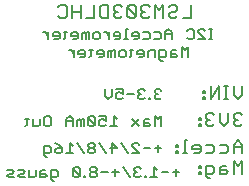
<source format=gbr>
G04 EAGLE Gerber RS-274X export*
G75*
%MOMM*%
%FSLAX34Y34*%
%LPD*%
%INSilkscreen Bottom*%
%IPPOS*%
%AMOC8*
5,1,8,0,0,1.08239X$1,22.5*%
G01*
%ADD10C,0.203200*%
%ADD11C,0.152400*%


D10*
X209804Y118373D02*
X209804Y111255D01*
X206245Y107696D01*
X202686Y111255D01*
X202686Y118373D01*
X198110Y107696D02*
X194551Y107696D01*
X196331Y107696D02*
X196331Y118373D01*
X198110Y118373D02*
X194551Y118373D01*
X190314Y118373D02*
X190314Y107696D01*
X183196Y107696D02*
X190314Y118373D01*
X183196Y118373D02*
X183196Y107696D01*
X178620Y114814D02*
X176841Y114814D01*
X176841Y113035D01*
X178620Y113035D01*
X178620Y114814D01*
X178620Y109476D02*
X176841Y109476D01*
X176841Y107696D01*
X178620Y107696D01*
X178620Y109476D01*
D11*
X141478Y114645D02*
X140037Y116085D01*
X137156Y116085D01*
X135716Y114645D01*
X135716Y113204D01*
X137156Y111764D01*
X138597Y111764D01*
X137156Y111764D02*
X135716Y110323D01*
X135716Y108883D01*
X137156Y107442D01*
X140037Y107442D01*
X141478Y108883D01*
X132123Y108883D02*
X132123Y107442D01*
X132123Y108883D02*
X130682Y108883D01*
X130682Y107442D01*
X132123Y107442D01*
X127445Y114645D02*
X126005Y116085D01*
X123124Y116085D01*
X121683Y114645D01*
X121683Y113204D01*
X123124Y111764D01*
X124564Y111764D01*
X123124Y111764D02*
X121683Y110323D01*
X121683Y108883D01*
X123124Y107442D01*
X126005Y107442D01*
X127445Y108883D01*
X118090Y111764D02*
X112328Y111764D01*
X108735Y116085D02*
X102973Y116085D01*
X108735Y116085D02*
X108735Y111764D01*
X105854Y113204D01*
X104413Y113204D01*
X102973Y111764D01*
X102973Y108883D01*
X104413Y107442D01*
X107294Y107442D01*
X108735Y108883D01*
X99380Y110323D02*
X99380Y116085D01*
X99380Y110323D02*
X96499Y107442D01*
X93617Y110323D01*
X93617Y116085D01*
D10*
X208025Y95513D02*
X209804Y93734D01*
X208025Y95513D02*
X204465Y95513D01*
X202686Y93734D01*
X202686Y91954D01*
X204465Y90175D01*
X206245Y90175D01*
X204465Y90175D02*
X202686Y88395D01*
X202686Y86616D01*
X204465Y84836D01*
X208025Y84836D01*
X209804Y86616D01*
X198110Y88395D02*
X198110Y95513D01*
X198110Y88395D02*
X194551Y84836D01*
X190992Y88395D01*
X190992Y95513D01*
X186416Y93734D02*
X184637Y95513D01*
X181078Y95513D01*
X179298Y93734D01*
X179298Y91954D01*
X181078Y90175D01*
X182857Y90175D01*
X181078Y90175D02*
X179298Y88395D01*
X179298Y86616D01*
X181078Y84836D01*
X184637Y84836D01*
X186416Y86616D01*
X174722Y91954D02*
X172943Y91954D01*
X172943Y90175D01*
X174722Y90175D01*
X174722Y91954D01*
X174722Y86616D02*
X172943Y86616D01*
X172943Y84836D01*
X174722Y84836D01*
X174722Y86616D01*
D11*
X141478Y84582D02*
X141478Y93225D01*
X138597Y90344D01*
X135716Y93225D01*
X135716Y84582D01*
X130682Y90344D02*
X127801Y90344D01*
X126361Y88904D01*
X126361Y84582D01*
X130682Y84582D01*
X132123Y86023D01*
X130682Y87463D01*
X126361Y87463D01*
X122768Y90344D02*
X117005Y84582D01*
X117005Y90344D02*
X122768Y84582D01*
X104057Y90344D02*
X101176Y93225D01*
X101176Y84582D01*
X104057Y84582D02*
X98295Y84582D01*
X94702Y93225D02*
X88940Y93225D01*
X94702Y93225D02*
X94702Y88904D01*
X91821Y90344D01*
X90380Y90344D01*
X88940Y88904D01*
X88940Y86023D01*
X90380Y84582D01*
X93262Y84582D01*
X94702Y86023D01*
X85347Y86023D02*
X85347Y91785D01*
X83906Y93225D01*
X81025Y93225D01*
X79585Y91785D01*
X79585Y86023D01*
X81025Y84582D01*
X83906Y84582D01*
X85347Y86023D01*
X79585Y91785D01*
X75992Y90344D02*
X75992Y84582D01*
X75992Y90344D02*
X74551Y90344D01*
X73111Y88904D01*
X73111Y84582D01*
X73111Y88904D02*
X71670Y90344D01*
X70229Y88904D01*
X70229Y84582D01*
X66637Y84582D02*
X66637Y90344D01*
X63755Y93225D01*
X60874Y90344D01*
X60874Y84582D01*
X60874Y88904D02*
X66637Y88904D01*
X46486Y93225D02*
X43604Y93225D01*
X46486Y93225D02*
X47926Y91785D01*
X47926Y86023D01*
X46486Y84582D01*
X43604Y84582D01*
X42164Y86023D01*
X42164Y91785D01*
X43604Y93225D01*
X38571Y90344D02*
X38571Y86023D01*
X37130Y84582D01*
X32809Y84582D01*
X32809Y90344D01*
X27775Y91785D02*
X27775Y86023D01*
X26335Y84582D01*
X26335Y90344D02*
X29216Y90344D01*
X135716Y66044D02*
X141478Y66044D01*
X138597Y68925D02*
X138597Y63163D01*
X132123Y66044D02*
X126361Y66044D01*
X122768Y61722D02*
X117005Y61722D01*
X117005Y67484D02*
X122768Y61722D01*
X117005Y67484D02*
X117005Y68925D01*
X118446Y70365D01*
X121327Y70365D01*
X122768Y68925D01*
X113412Y61722D02*
X107650Y70365D01*
X99736Y70365D02*
X99736Y61722D01*
X104057Y66044D02*
X99736Y70365D01*
X98295Y66044D02*
X104057Y66044D01*
X94702Y61722D02*
X88940Y70365D01*
X85347Y68925D02*
X83906Y70365D01*
X81025Y70365D01*
X79585Y68925D01*
X79585Y67484D01*
X81025Y66044D01*
X79585Y64603D01*
X79585Y63163D01*
X81025Y61722D01*
X83906Y61722D01*
X85347Y63163D01*
X85347Y64603D01*
X83906Y66044D01*
X85347Y67484D01*
X85347Y68925D01*
X83906Y66044D02*
X81025Y66044D01*
X75992Y61722D02*
X70229Y70365D01*
X66637Y67484D02*
X63755Y70365D01*
X63755Y61722D01*
X60874Y61722D02*
X66637Y61722D01*
X54400Y68925D02*
X51519Y70365D01*
X54400Y68925D02*
X57281Y66044D01*
X57281Y63163D01*
X55841Y61722D01*
X52960Y61722D01*
X51519Y63163D01*
X51519Y64603D01*
X52960Y66044D01*
X57281Y66044D01*
X45045Y58841D02*
X43604Y58841D01*
X42164Y60281D01*
X42164Y67484D01*
X46486Y67484D01*
X47926Y66044D01*
X47926Y63163D01*
X46486Y61722D01*
X42164Y61722D01*
D10*
X209804Y61976D02*
X209804Y69094D01*
X206245Y72653D01*
X202686Y69094D01*
X202686Y61976D01*
X202686Y67315D02*
X209804Y67315D01*
X196331Y69094D02*
X190992Y69094D01*
X196331Y69094D02*
X198110Y67315D01*
X198110Y63756D01*
X196331Y61976D01*
X190992Y61976D01*
X184637Y69094D02*
X179298Y69094D01*
X184637Y69094D02*
X186416Y67315D01*
X186416Y63756D01*
X184637Y61976D01*
X179298Y61976D01*
X172943Y61976D02*
X169384Y61976D01*
X172943Y61976D02*
X174722Y63756D01*
X174722Y67315D01*
X172943Y69094D01*
X169384Y69094D01*
X167604Y67315D01*
X167604Y65535D01*
X174722Y65535D01*
X163028Y72653D02*
X161249Y72653D01*
X161249Y61976D01*
X163028Y61976D02*
X159469Y61976D01*
X155232Y69094D02*
X153453Y69094D01*
X153453Y67315D01*
X155232Y67315D01*
X155232Y69094D01*
X155232Y63756D02*
X153453Y63756D01*
X153453Y61976D01*
X155232Y61976D01*
X155232Y63756D01*
X209804Y54873D02*
X209804Y44196D01*
X206245Y51314D02*
X209804Y54873D01*
X206245Y51314D02*
X202686Y54873D01*
X202686Y44196D01*
X196331Y51314D02*
X192771Y51314D01*
X190992Y49535D01*
X190992Y44196D01*
X196331Y44196D01*
X198110Y45976D01*
X196331Y47755D01*
X190992Y47755D01*
X182857Y40637D02*
X181078Y40637D01*
X179298Y42417D01*
X179298Y51314D01*
X184637Y51314D01*
X186416Y49535D01*
X186416Y45976D01*
X184637Y44196D01*
X179298Y44196D01*
X174722Y51314D02*
X172943Y51314D01*
X172943Y49535D01*
X174722Y49535D01*
X174722Y51314D01*
X174722Y45976D02*
X172943Y45976D01*
X172943Y44196D01*
X174722Y44196D01*
X174722Y45976D01*
D11*
X156718Y45724D02*
X150956Y45724D01*
X153837Y48605D02*
X153837Y42843D01*
X147363Y45724D02*
X141601Y45724D01*
X138008Y47164D02*
X135127Y50045D01*
X135127Y41402D01*
X138008Y41402D02*
X132245Y41402D01*
X128652Y41402D02*
X128652Y42843D01*
X127212Y42843D01*
X127212Y41402D01*
X128652Y41402D01*
X123975Y48605D02*
X122534Y50045D01*
X119653Y50045D01*
X118213Y48605D01*
X118213Y47164D01*
X119653Y45724D01*
X121094Y45724D01*
X119653Y45724D02*
X118213Y44283D01*
X118213Y42843D01*
X119653Y41402D01*
X122534Y41402D01*
X123975Y42843D01*
X114620Y41402D02*
X108857Y50045D01*
X105264Y45724D02*
X99502Y45724D01*
X102383Y48605D02*
X102383Y42843D01*
X95909Y45724D02*
X90147Y45724D01*
X86554Y48605D02*
X85114Y50045D01*
X82232Y50045D01*
X80792Y48605D01*
X80792Y47164D01*
X82232Y45724D01*
X80792Y44283D01*
X80792Y42843D01*
X82232Y41402D01*
X85114Y41402D01*
X86554Y42843D01*
X86554Y44283D01*
X85114Y45724D01*
X86554Y47164D01*
X86554Y48605D01*
X85114Y45724D02*
X82232Y45724D01*
X77199Y42843D02*
X77199Y41402D01*
X77199Y42843D02*
X75758Y42843D01*
X75758Y41402D01*
X77199Y41402D01*
X72521Y42843D02*
X72521Y48605D01*
X71081Y50045D01*
X68200Y50045D01*
X66759Y48605D01*
X66759Y42843D01*
X68200Y41402D01*
X71081Y41402D01*
X72521Y42843D01*
X66759Y48605D01*
X50930Y38521D02*
X49489Y38521D01*
X48049Y39961D01*
X48049Y47164D01*
X52370Y47164D01*
X53811Y45724D01*
X53811Y42843D01*
X52370Y41402D01*
X48049Y41402D01*
X43015Y47164D02*
X40134Y47164D01*
X38694Y45724D01*
X38694Y41402D01*
X43015Y41402D01*
X44456Y42843D01*
X43015Y44283D01*
X38694Y44283D01*
X35101Y42843D02*
X35101Y47164D01*
X35101Y42843D02*
X33660Y41402D01*
X29338Y41402D01*
X29338Y47164D01*
X25745Y41402D02*
X21424Y41402D01*
X19983Y42843D01*
X21424Y44283D01*
X24305Y44283D01*
X25745Y45724D01*
X24305Y47164D01*
X19983Y47164D01*
X16390Y41402D02*
X12069Y41402D01*
X10628Y42843D01*
X12069Y44283D01*
X14950Y44283D01*
X16390Y45724D01*
X14950Y47164D01*
X10628Y47164D01*
D10*
X166624Y176276D02*
X166624Y186953D01*
X166624Y176276D02*
X159506Y176276D01*
X149591Y186953D02*
X147812Y185174D01*
X149591Y186953D02*
X153151Y186953D01*
X154930Y185174D01*
X154930Y183394D01*
X153151Y181615D01*
X149591Y181615D01*
X147812Y179835D01*
X147812Y178056D01*
X149591Y176276D01*
X153151Y176276D01*
X154930Y178056D01*
X143236Y176276D02*
X143236Y186953D01*
X139677Y183394D01*
X136118Y186953D01*
X136118Y176276D01*
X131542Y185174D02*
X129763Y186953D01*
X126204Y186953D01*
X124424Y185174D01*
X124424Y183394D01*
X126204Y181615D01*
X127983Y181615D01*
X126204Y181615D02*
X124424Y179835D01*
X124424Y178056D01*
X126204Y176276D01*
X129763Y176276D01*
X131542Y178056D01*
X119848Y178056D02*
X119848Y185174D01*
X118069Y186953D01*
X114510Y186953D01*
X112730Y185174D01*
X112730Y178056D01*
X114510Y176276D01*
X118069Y176276D01*
X119848Y178056D01*
X112730Y185174D01*
X108154Y185174D02*
X106375Y186953D01*
X102816Y186953D01*
X101036Y185174D01*
X101036Y183394D01*
X102816Y181615D01*
X104595Y181615D01*
X102816Y181615D02*
X101036Y179835D01*
X101036Y178056D01*
X102816Y176276D01*
X106375Y176276D01*
X108154Y178056D01*
X96460Y176276D02*
X96460Y186953D01*
X96460Y176276D02*
X91122Y176276D01*
X89342Y178056D01*
X89342Y185174D01*
X91122Y186953D01*
X96460Y186953D01*
X84766Y186953D02*
X84766Y176276D01*
X77648Y176276D01*
X73072Y176276D02*
X73072Y186953D01*
X73072Y181615D02*
X65954Y181615D01*
X65954Y186953D02*
X65954Y176276D01*
X56040Y186953D02*
X54260Y185174D01*
X56040Y186953D02*
X59599Y186953D01*
X61378Y185174D01*
X61378Y178056D01*
X59599Y176276D01*
X56040Y176276D01*
X54260Y178056D01*
D11*
X181777Y158242D02*
X184658Y158242D01*
X183217Y158242D02*
X183217Y166885D01*
X181777Y166885D02*
X184658Y166885D01*
X178421Y158242D02*
X172659Y158242D01*
X178421Y158242D02*
X172659Y164004D01*
X172659Y165445D01*
X174100Y166885D01*
X176981Y166885D01*
X178421Y165445D01*
X164744Y166885D02*
X163304Y165445D01*
X164744Y166885D02*
X167625Y166885D01*
X169066Y165445D01*
X169066Y159683D01*
X167625Y158242D01*
X164744Y158242D01*
X163304Y159683D01*
X150356Y158242D02*
X150356Y164004D01*
X147475Y166885D01*
X144593Y164004D01*
X144593Y158242D01*
X144593Y162564D02*
X150356Y162564D01*
X139560Y164004D02*
X135238Y164004D01*
X139560Y164004D02*
X141000Y162564D01*
X141000Y159683D01*
X139560Y158242D01*
X135238Y158242D01*
X130205Y164004D02*
X125883Y164004D01*
X130205Y164004D02*
X131645Y162564D01*
X131645Y159683D01*
X130205Y158242D01*
X125883Y158242D01*
X120850Y158242D02*
X117968Y158242D01*
X120850Y158242D02*
X122290Y159683D01*
X122290Y162564D01*
X120850Y164004D01*
X117968Y164004D01*
X116528Y162564D01*
X116528Y161123D01*
X122290Y161123D01*
X112935Y166885D02*
X111494Y166885D01*
X111494Y158242D01*
X110054Y158242D02*
X112935Y158242D01*
X105258Y158242D02*
X102376Y158242D01*
X105258Y158242D02*
X106698Y159683D01*
X106698Y162564D01*
X105258Y164004D01*
X102376Y164004D01*
X100936Y162564D01*
X100936Y161123D01*
X106698Y161123D01*
X97343Y158242D02*
X97343Y164004D01*
X97343Y161123D02*
X94462Y164004D01*
X93021Y164004D01*
X88106Y158242D02*
X85225Y158242D01*
X83785Y159683D01*
X83785Y162564D01*
X85225Y164004D01*
X88106Y164004D01*
X89547Y162564D01*
X89547Y159683D01*
X88106Y158242D01*
X80192Y158242D02*
X80192Y164004D01*
X78751Y164004D01*
X77311Y162564D01*
X77311Y158242D01*
X77311Y162564D02*
X75870Y164004D01*
X74430Y162564D01*
X74430Y158242D01*
X69396Y158242D02*
X66515Y158242D01*
X69396Y158242D02*
X70837Y159683D01*
X70837Y162564D01*
X69396Y164004D01*
X66515Y164004D01*
X65074Y162564D01*
X65074Y161123D01*
X70837Y161123D01*
X60041Y159683D02*
X60041Y165445D01*
X60041Y159683D02*
X58600Y158242D01*
X58600Y164004D02*
X61481Y164004D01*
X53804Y158242D02*
X50923Y158242D01*
X53804Y158242D02*
X55245Y159683D01*
X55245Y162564D01*
X53804Y164004D01*
X50923Y164004D01*
X49482Y162564D01*
X49482Y161123D01*
X55245Y161123D01*
X45889Y158242D02*
X45889Y164004D01*
X45889Y161123D02*
X43008Y164004D01*
X41568Y164004D01*
X164338Y151645D02*
X164338Y143002D01*
X161457Y148764D02*
X164338Y151645D01*
X161457Y148764D02*
X158576Y151645D01*
X158576Y143002D01*
X153542Y148764D02*
X150661Y148764D01*
X149221Y147324D01*
X149221Y143002D01*
X153542Y143002D01*
X154983Y144443D01*
X153542Y145883D01*
X149221Y145883D01*
X142747Y140121D02*
X141306Y140121D01*
X139865Y141561D01*
X139865Y148764D01*
X144187Y148764D01*
X145628Y147324D01*
X145628Y144443D01*
X144187Y143002D01*
X139865Y143002D01*
X136272Y143002D02*
X136272Y148764D01*
X131951Y148764D01*
X130510Y147324D01*
X130510Y143002D01*
X125477Y143002D02*
X122596Y143002D01*
X125477Y143002D02*
X126917Y144443D01*
X126917Y147324D01*
X125477Y148764D01*
X122596Y148764D01*
X121155Y147324D01*
X121155Y145883D01*
X126917Y145883D01*
X116122Y144443D02*
X116122Y150205D01*
X116122Y144443D02*
X114681Y143002D01*
X114681Y148764D02*
X117562Y148764D01*
X109885Y143002D02*
X107004Y143002D01*
X105563Y144443D01*
X105563Y147324D01*
X107004Y148764D01*
X109885Y148764D01*
X111325Y147324D01*
X111325Y144443D01*
X109885Y143002D01*
X101970Y143002D02*
X101970Y148764D01*
X100530Y148764D01*
X99089Y147324D01*
X99089Y143002D01*
X99089Y147324D02*
X97648Y148764D01*
X96208Y147324D01*
X96208Y143002D01*
X91174Y143002D02*
X88293Y143002D01*
X91174Y143002D02*
X92615Y144443D01*
X92615Y147324D01*
X91174Y148764D01*
X88293Y148764D01*
X86853Y147324D01*
X86853Y145883D01*
X92615Y145883D01*
X81819Y144443D02*
X81819Y150205D01*
X81819Y144443D02*
X80379Y143002D01*
X80379Y148764D02*
X83260Y148764D01*
X75582Y143002D02*
X72701Y143002D01*
X75582Y143002D02*
X77023Y144443D01*
X77023Y147324D01*
X75582Y148764D01*
X72701Y148764D01*
X71261Y147324D01*
X71261Y145883D01*
X77023Y145883D01*
X67668Y143002D02*
X67668Y148764D01*
X67668Y145883D02*
X64787Y148764D01*
X63346Y148764D01*
M02*

</source>
